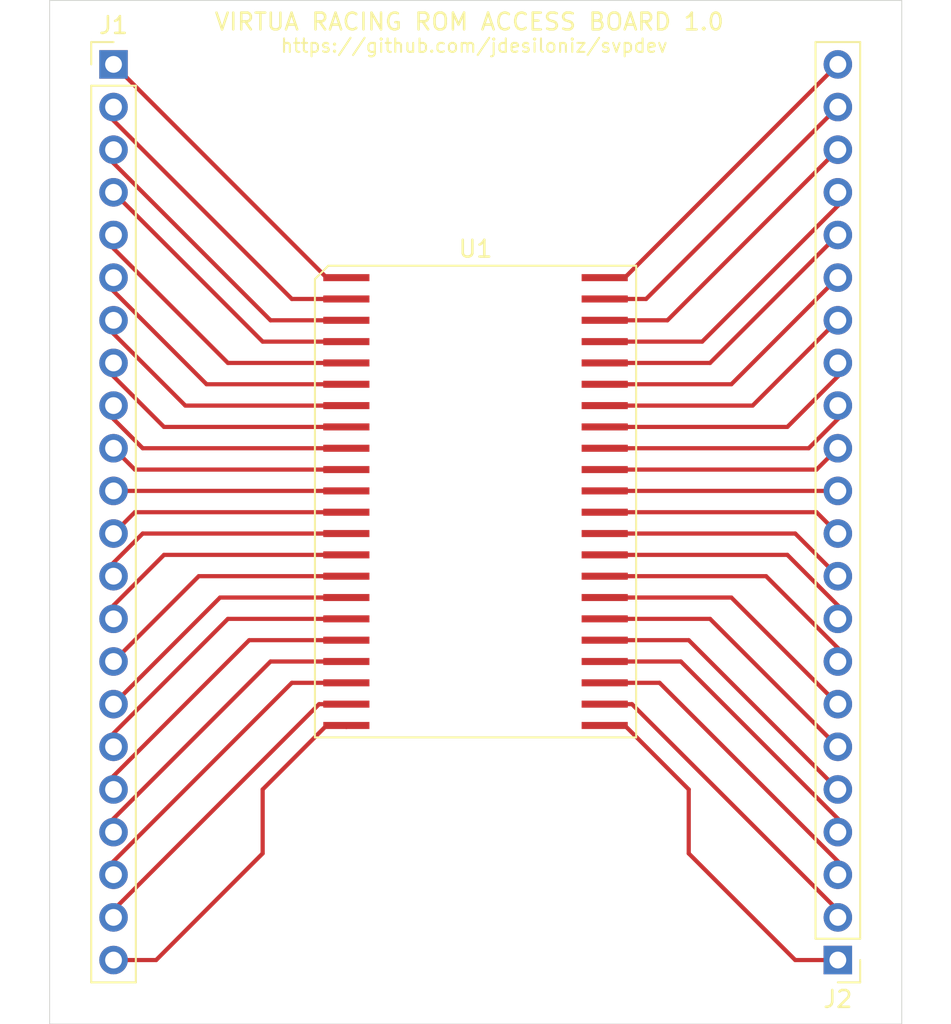
<source format=kicad_pcb>
(kicad_pcb (version 20171130) (host pcbnew "(5.1.8-0-10_14)")

  (general
    (thickness 1.6)
    (drawings 6)
    (tracks 115)
    (zones 0)
    (modules 3)
    (nets 45)
  )

  (page A4)
  (layers
    (0 F.Cu signal)
    (31 B.Cu signal)
    (32 B.Adhes user)
    (33 F.Adhes user)
    (34 B.Paste user)
    (35 F.Paste user)
    (36 B.SilkS user)
    (37 F.SilkS user)
    (38 B.Mask user)
    (39 F.Mask user)
    (40 Dwgs.User user)
    (41 Cmts.User user)
    (42 Eco1.User user)
    (43 Eco2.User user)
    (44 Edge.Cuts user)
    (45 Margin user)
    (46 B.CrtYd user)
    (47 F.CrtYd user)
    (48 B.Fab user)
    (49 F.Fab user)
  )

  (setup
    (last_trace_width 0.25)
    (trace_clearance 0.2)
    (zone_clearance 0.508)
    (zone_45_only no)
    (trace_min 0.2)
    (via_size 0.8)
    (via_drill 0.4)
    (via_min_size 0.4)
    (via_min_drill 0.3)
    (uvia_size 0.3)
    (uvia_drill 0.1)
    (uvias_allowed no)
    (uvia_min_size 0.2)
    (uvia_min_drill 0.1)
    (edge_width 0.05)
    (segment_width 0.2)
    (pcb_text_width 0.3)
    (pcb_text_size 1.5 1.5)
    (mod_edge_width 0.12)
    (mod_text_size 1 1)
    (mod_text_width 0.15)
    (pad_size 1.524 1.524)
    (pad_drill 0.762)
    (pad_to_mask_clearance 0)
    (aux_axis_origin 0 0)
    (visible_elements FFFFFF7F)
    (pcbplotparams
      (layerselection 0x010fc_ffffffff)
      (usegerberextensions false)
      (usegerberattributes true)
      (usegerberadvancedattributes true)
      (creategerberjobfile true)
      (excludeedgelayer true)
      (linewidth 0.100000)
      (plotframeref false)
      (viasonmask false)
      (mode 1)
      (useauxorigin false)
      (hpglpennumber 1)
      (hpglpenspeed 20)
      (hpglpendiameter 15.000000)
      (psnegative false)
      (psa4output false)
      (plotreference true)
      (plotvalue true)
      (plotinvisibletext false)
      (padsonsilk false)
      (subtractmaskfromsilk false)
      (outputformat 1)
      (mirror false)
      (drillshape 0)
      (scaleselection 1)
      (outputdirectory "gerber/"))
  )

  (net 0 "")
  (net 1 "Net-(J1-Pad22)")
  (net 2 "Net-(J1-Pad21)")
  (net 3 "Net-(J1-Pad20)")
  (net 4 "Net-(J1-Pad19)")
  (net 5 "Net-(J1-Pad18)")
  (net 6 "Net-(J1-Pad17)")
  (net 7 "Net-(J1-Pad16)")
  (net 8 "Net-(J1-Pad15)")
  (net 9 "Net-(J1-Pad14)")
  (net 10 "Net-(J1-Pad13)")
  (net 11 "Net-(J1-Pad12)")
  (net 12 "Net-(J1-Pad11)")
  (net 13 "Net-(J1-Pad10)")
  (net 14 "Net-(J1-Pad9)")
  (net 15 "Net-(J1-Pad8)")
  (net 16 "Net-(J1-Pad7)")
  (net 17 "Net-(J1-Pad6)")
  (net 18 "Net-(J1-Pad5)")
  (net 19 "Net-(J1-Pad4)")
  (net 20 "Net-(J1-Pad3)")
  (net 21 "Net-(J1-Pad2)")
  (net 22 "Net-(J1-Pad1)")
  (net 23 "Net-(J2-Pad22)")
  (net 24 "Net-(J2-Pad21)")
  (net 25 "Net-(J2-Pad20)")
  (net 26 "Net-(J2-Pad19)")
  (net 27 "Net-(J2-Pad18)")
  (net 28 "Net-(J2-Pad17)")
  (net 29 "Net-(J2-Pad16)")
  (net 30 "Net-(J2-Pad15)")
  (net 31 "Net-(J2-Pad14)")
  (net 32 "Net-(J2-Pad13)")
  (net 33 "Net-(J2-Pad12)")
  (net 34 "Net-(J2-Pad11)")
  (net 35 "Net-(J2-Pad10)")
  (net 36 "Net-(J2-Pad9)")
  (net 37 "Net-(J2-Pad8)")
  (net 38 "Net-(J2-Pad7)")
  (net 39 "Net-(J2-Pad6)")
  (net 40 "Net-(J2-Pad5)")
  (net 41 "Net-(J2-Pad4)")
  (net 42 "Net-(J2-Pad3)")
  (net 43 "Net-(J2-Pad2)")
  (net 44 "Net-(J2-Pad1)")

  (net_class Default "This is the default net class."
    (clearance 0.2)
    (trace_width 0.25)
    (via_dia 0.8)
    (via_drill 0.4)
    (uvia_dia 0.3)
    (uvia_drill 0.1)
    (add_net "Net-(J1-Pad1)")
    (add_net "Net-(J1-Pad10)")
    (add_net "Net-(J1-Pad11)")
    (add_net "Net-(J1-Pad12)")
    (add_net "Net-(J1-Pad13)")
    (add_net "Net-(J1-Pad14)")
    (add_net "Net-(J1-Pad15)")
    (add_net "Net-(J1-Pad16)")
    (add_net "Net-(J1-Pad17)")
    (add_net "Net-(J1-Pad18)")
    (add_net "Net-(J1-Pad19)")
    (add_net "Net-(J1-Pad2)")
    (add_net "Net-(J1-Pad20)")
    (add_net "Net-(J1-Pad21)")
    (add_net "Net-(J1-Pad22)")
    (add_net "Net-(J1-Pad3)")
    (add_net "Net-(J1-Pad4)")
    (add_net "Net-(J1-Pad5)")
    (add_net "Net-(J1-Pad6)")
    (add_net "Net-(J1-Pad7)")
    (add_net "Net-(J1-Pad8)")
    (add_net "Net-(J1-Pad9)")
    (add_net "Net-(J2-Pad1)")
    (add_net "Net-(J2-Pad10)")
    (add_net "Net-(J2-Pad11)")
    (add_net "Net-(J2-Pad12)")
    (add_net "Net-(J2-Pad13)")
    (add_net "Net-(J2-Pad14)")
    (add_net "Net-(J2-Pad15)")
    (add_net "Net-(J2-Pad16)")
    (add_net "Net-(J2-Pad17)")
    (add_net "Net-(J2-Pad18)")
    (add_net "Net-(J2-Pad19)")
    (add_net "Net-(J2-Pad2)")
    (add_net "Net-(J2-Pad20)")
    (add_net "Net-(J2-Pad21)")
    (add_net "Net-(J2-Pad22)")
    (add_net "Net-(J2-Pad3)")
    (add_net "Net-(J2-Pad4)")
    (add_net "Net-(J2-Pad5)")
    (add_net "Net-(J2-Pad6)")
    (add_net "Net-(J2-Pad7)")
    (add_net "Net-(J2-Pad8)")
    (add_net "Net-(J2-Pad9)")
  )

  (module vr_rom_footprint:VR_ROM_EU_44pin (layer F.Cu) (tedit 0) (tstamp 5FFCCB97)
    (at 148.58 67.945 270)
    (path /5FF46134)
    (attr smd)
    (fp_text reference U1 (at -15.045 0) (layer F.SilkS)
      (effects (font (size 1 1) (thickness 0.15)))
    )
    (fp_text value MR-16420-T-RevIng (at 0 0 90) (layer F.Fab)
      (effects (font (size 1 1) (thickness 0.15)))
    )
    (fp_line (start -13.8 9.33) (end -13.8 -9.33) (layer F.CrtYd) (width 0.05))
    (fp_line (start 13.8 9.33) (end -13.8 9.33) (layer F.CrtYd) (width 0.05))
    (fp_line (start 13.8 -9.33) (end 13.8 9.33) (layer F.CrtYd) (width 0.05))
    (fp_line (start -13.8 -9.33) (end 13.8 -9.33) (layer F.CrtYd) (width 0.05))
    (fp_line (start 14.045 9.575) (end -13.245 9.575) (layer F.SilkS) (width 0.12))
    (fp_line (start 14.045 -9.575) (end 14.045 9.575) (layer F.SilkS) (width 0.12))
    (fp_line (start -14.045 -9.575) (end 14.045 -9.575) (layer F.SilkS) (width 0.12))
    (fp_line (start -14.045 8.775) (end -14.045 -9.575) (layer F.SilkS) (width 0.12))
    (fp_line (start -13.245 9.575) (end -14.045 8.775) (layer F.SilkS) (width 0.12))
    (pad 22 smd rect (at 13.335 7.7 270) (size 0.42 2.75) (layers F.Cu F.Paste F.Mask)
      (net 1 "Net-(J1-Pad22)"))
    (pad 23 smd rect (at 13.335 -7.7 270) (size 0.42 2.75) (layers F.Cu F.Paste F.Mask)
      (net 44 "Net-(J2-Pad1)"))
    (pad 21 smd rect (at 12.065 7.7 270) (size 0.42 2.75) (layers F.Cu F.Paste F.Mask)
      (net 2 "Net-(J1-Pad21)"))
    (pad 24 smd rect (at 12.065 -7.7 270) (size 0.42 2.75) (layers F.Cu F.Paste F.Mask)
      (net 43 "Net-(J2-Pad2)"))
    (pad 20 smd rect (at 10.795 7.7 270) (size 0.42 2.75) (layers F.Cu F.Paste F.Mask)
      (net 3 "Net-(J1-Pad20)"))
    (pad 25 smd rect (at 10.795 -7.7 270) (size 0.42 2.75) (layers F.Cu F.Paste F.Mask)
      (net 42 "Net-(J2-Pad3)"))
    (pad 19 smd rect (at 9.525 7.7 270) (size 0.42 2.75) (layers F.Cu F.Paste F.Mask)
      (net 4 "Net-(J1-Pad19)"))
    (pad 26 smd rect (at 9.525 -7.7 270) (size 0.42 2.75) (layers F.Cu F.Paste F.Mask)
      (net 41 "Net-(J2-Pad4)"))
    (pad 18 smd rect (at 8.255 7.7 270) (size 0.42 2.75) (layers F.Cu F.Paste F.Mask)
      (net 5 "Net-(J1-Pad18)"))
    (pad 27 smd rect (at 8.255 -7.7 270) (size 0.42 2.75) (layers F.Cu F.Paste F.Mask)
      (net 40 "Net-(J2-Pad5)"))
    (pad 17 smd rect (at 6.985 7.7 270) (size 0.42 2.75) (layers F.Cu F.Paste F.Mask)
      (net 6 "Net-(J1-Pad17)"))
    (pad 28 smd rect (at 6.985 -7.7 270) (size 0.42 2.75) (layers F.Cu F.Paste F.Mask)
      (net 39 "Net-(J2-Pad6)"))
    (pad 16 smd rect (at 5.715 7.7 270) (size 0.42 2.75) (layers F.Cu F.Paste F.Mask)
      (net 7 "Net-(J1-Pad16)"))
    (pad 29 smd rect (at 5.715 -7.7 270) (size 0.42 2.75) (layers F.Cu F.Paste F.Mask)
      (net 38 "Net-(J2-Pad7)"))
    (pad 15 smd rect (at 4.445 7.7 270) (size 0.42 2.75) (layers F.Cu F.Paste F.Mask)
      (net 8 "Net-(J1-Pad15)"))
    (pad 30 smd rect (at 4.445 -7.7 270) (size 0.42 2.75) (layers F.Cu F.Paste F.Mask)
      (net 37 "Net-(J2-Pad8)"))
    (pad 14 smd rect (at 3.175 7.7 270) (size 0.42 2.75) (layers F.Cu F.Paste F.Mask)
      (net 9 "Net-(J1-Pad14)"))
    (pad 31 smd rect (at 3.175 -7.7 270) (size 0.42 2.75) (layers F.Cu F.Paste F.Mask)
      (net 36 "Net-(J2-Pad9)"))
    (pad 13 smd rect (at 1.905 7.7 270) (size 0.42 2.75) (layers F.Cu F.Paste F.Mask)
      (net 10 "Net-(J1-Pad13)"))
    (pad 32 smd rect (at 1.905 -7.7 270) (size 0.42 2.75) (layers F.Cu F.Paste F.Mask)
      (net 35 "Net-(J2-Pad10)"))
    (pad 12 smd rect (at 0.635 7.7 270) (size 0.42 2.75) (layers F.Cu F.Paste F.Mask)
      (net 11 "Net-(J1-Pad12)"))
    (pad 33 smd rect (at 0.635 -7.7 270) (size 0.42 2.75) (layers F.Cu F.Paste F.Mask)
      (net 34 "Net-(J2-Pad11)"))
    (pad 11 smd rect (at -0.635 7.7 270) (size 0.42 2.75) (layers F.Cu F.Paste F.Mask)
      (net 12 "Net-(J1-Pad11)"))
    (pad 34 smd rect (at -0.635 -7.7 270) (size 0.42 2.75) (layers F.Cu F.Paste F.Mask)
      (net 33 "Net-(J2-Pad12)"))
    (pad 10 smd rect (at -1.905 7.7 270) (size 0.42 2.75) (layers F.Cu F.Paste F.Mask)
      (net 13 "Net-(J1-Pad10)"))
    (pad 35 smd rect (at -1.905 -7.7 270) (size 0.42 2.75) (layers F.Cu F.Paste F.Mask)
      (net 32 "Net-(J2-Pad13)"))
    (pad 9 smd rect (at -3.175 7.7 270) (size 0.42 2.75) (layers F.Cu F.Paste F.Mask)
      (net 14 "Net-(J1-Pad9)"))
    (pad 36 smd rect (at -3.175 -7.7 270) (size 0.42 2.75) (layers F.Cu F.Paste F.Mask)
      (net 31 "Net-(J2-Pad14)"))
    (pad 8 smd rect (at -4.445 7.7 270) (size 0.42 2.75) (layers F.Cu F.Paste F.Mask)
      (net 15 "Net-(J1-Pad8)"))
    (pad 37 smd rect (at -4.445 -7.7 270) (size 0.42 2.75) (layers F.Cu F.Paste F.Mask)
      (net 30 "Net-(J2-Pad15)"))
    (pad 7 smd rect (at -5.715 7.7 270) (size 0.42 2.75) (layers F.Cu F.Paste F.Mask)
      (net 16 "Net-(J1-Pad7)"))
    (pad 38 smd rect (at -5.715 -7.7 270) (size 0.42 2.75) (layers F.Cu F.Paste F.Mask)
      (net 29 "Net-(J2-Pad16)"))
    (pad 6 smd rect (at -6.985 7.7 270) (size 0.42 2.75) (layers F.Cu F.Paste F.Mask)
      (net 17 "Net-(J1-Pad6)"))
    (pad 39 smd rect (at -6.985 -7.7 270) (size 0.42 2.75) (layers F.Cu F.Paste F.Mask)
      (net 28 "Net-(J2-Pad17)"))
    (pad 5 smd rect (at -8.255 7.7 270) (size 0.42 2.75) (layers F.Cu F.Paste F.Mask)
      (net 18 "Net-(J1-Pad5)"))
    (pad 40 smd rect (at -8.255 -7.7 270) (size 0.42 2.75) (layers F.Cu F.Paste F.Mask)
      (net 27 "Net-(J2-Pad18)"))
    (pad 4 smd rect (at -9.525 7.7 270) (size 0.42 2.75) (layers F.Cu F.Paste F.Mask)
      (net 19 "Net-(J1-Pad4)"))
    (pad 41 smd rect (at -9.525 -7.7 270) (size 0.42 2.75) (layers F.Cu F.Paste F.Mask)
      (net 26 "Net-(J2-Pad19)"))
    (pad 3 smd rect (at -10.795 7.7 270) (size 0.42 2.75) (layers F.Cu F.Paste F.Mask)
      (net 20 "Net-(J1-Pad3)"))
    (pad 42 smd rect (at -10.795 -7.7 270) (size 0.42 2.75) (layers F.Cu F.Paste F.Mask)
      (net 25 "Net-(J2-Pad20)"))
    (pad 2 smd rect (at -12.065 7.7 270) (size 0.42 2.75) (layers F.Cu F.Paste F.Mask)
      (net 21 "Net-(J1-Pad2)"))
    (pad 43 smd rect (at -12.065 -7.7 270) (size 0.42 2.75) (layers F.Cu F.Paste F.Mask)
      (net 24 "Net-(J2-Pad21)"))
    (pad 1 smd rect (at -13.335 7.7 270) (size 0.42 2.75) (layers F.Cu F.Paste F.Mask)
      (net 22 "Net-(J1-Pad1)"))
    (pad 44 smd rect (at -13.335 -7.7 270) (size 0.42 2.75) (layers F.Cu F.Paste F.Mask)
      (net 23 "Net-(J2-Pad22)"))
  )

  (module Connector_PinHeader_2.54mm:PinHeader_1x22_P2.54mm_Vertical (layer F.Cu) (tedit 59FED5CC) (tstamp 5FFCCB5E)
    (at 170.18 95.25 180)
    (descr "Through hole straight pin header, 1x22, 2.54mm pitch, single row")
    (tags "Through hole pin header THT 1x22 2.54mm single row")
    (path /5FF4E3EF)
    (fp_text reference J2 (at 0 -2.33) (layer F.SilkS)
      (effects (font (size 1 1) (thickness 0.15)))
    )
    (fp_text value Conn_01x22_Male (at 0 55.67) (layer F.Fab)
      (effects (font (size 1 1) (thickness 0.15)))
    )
    (fp_line (start 1.8 -1.8) (end -1.8 -1.8) (layer F.CrtYd) (width 0.05))
    (fp_line (start 1.8 55.15) (end 1.8 -1.8) (layer F.CrtYd) (width 0.05))
    (fp_line (start -1.8 55.15) (end 1.8 55.15) (layer F.CrtYd) (width 0.05))
    (fp_line (start -1.8 -1.8) (end -1.8 55.15) (layer F.CrtYd) (width 0.05))
    (fp_line (start -1.33 -1.33) (end 0 -1.33) (layer F.SilkS) (width 0.12))
    (fp_line (start -1.33 0) (end -1.33 -1.33) (layer F.SilkS) (width 0.12))
    (fp_line (start -1.33 1.27) (end 1.33 1.27) (layer F.SilkS) (width 0.12))
    (fp_line (start 1.33 1.27) (end 1.33 54.67) (layer F.SilkS) (width 0.12))
    (fp_line (start -1.33 1.27) (end -1.33 54.67) (layer F.SilkS) (width 0.12))
    (fp_line (start -1.33 54.67) (end 1.33 54.67) (layer F.SilkS) (width 0.12))
    (fp_line (start -1.27 -0.635) (end -0.635 -1.27) (layer F.Fab) (width 0.1))
    (fp_line (start -1.27 54.61) (end -1.27 -0.635) (layer F.Fab) (width 0.1))
    (fp_line (start 1.27 54.61) (end -1.27 54.61) (layer F.Fab) (width 0.1))
    (fp_line (start 1.27 -1.27) (end 1.27 54.61) (layer F.Fab) (width 0.1))
    (fp_line (start -0.635 -1.27) (end 1.27 -1.27) (layer F.Fab) (width 0.1))
    (fp_text user %R (at 0 26.67 90) (layer F.Fab)
      (effects (font (size 1 1) (thickness 0.15)))
    )
    (pad 22 thru_hole oval (at 0 53.34 180) (size 1.7 1.7) (drill 1) (layers *.Cu *.Mask)
      (net 23 "Net-(J2-Pad22)"))
    (pad 21 thru_hole oval (at 0 50.8 180) (size 1.7 1.7) (drill 1) (layers *.Cu *.Mask)
      (net 24 "Net-(J2-Pad21)"))
    (pad 20 thru_hole oval (at 0 48.26 180) (size 1.7 1.7) (drill 1) (layers *.Cu *.Mask)
      (net 25 "Net-(J2-Pad20)"))
    (pad 19 thru_hole oval (at 0 45.72 180) (size 1.7 1.7) (drill 1) (layers *.Cu *.Mask)
      (net 26 "Net-(J2-Pad19)"))
    (pad 18 thru_hole oval (at 0 43.18 180) (size 1.7 1.7) (drill 1) (layers *.Cu *.Mask)
      (net 27 "Net-(J2-Pad18)"))
    (pad 17 thru_hole oval (at 0 40.64 180) (size 1.7 1.7) (drill 1) (layers *.Cu *.Mask)
      (net 28 "Net-(J2-Pad17)"))
    (pad 16 thru_hole oval (at 0 38.1 180) (size 1.7 1.7) (drill 1) (layers *.Cu *.Mask)
      (net 29 "Net-(J2-Pad16)"))
    (pad 15 thru_hole oval (at 0 35.56 180) (size 1.7 1.7) (drill 1) (layers *.Cu *.Mask)
      (net 30 "Net-(J2-Pad15)"))
    (pad 14 thru_hole oval (at 0 33.02 180) (size 1.7 1.7) (drill 1) (layers *.Cu *.Mask)
      (net 31 "Net-(J2-Pad14)"))
    (pad 13 thru_hole oval (at 0 30.48 180) (size 1.7 1.7) (drill 1) (layers *.Cu *.Mask)
      (net 32 "Net-(J2-Pad13)"))
    (pad 12 thru_hole oval (at 0 27.94 180) (size 1.7 1.7) (drill 1) (layers *.Cu *.Mask)
      (net 33 "Net-(J2-Pad12)"))
    (pad 11 thru_hole oval (at 0 25.4 180) (size 1.7 1.7) (drill 1) (layers *.Cu *.Mask)
      (net 34 "Net-(J2-Pad11)"))
    (pad 10 thru_hole oval (at 0 22.86 180) (size 1.7 1.7) (drill 1) (layers *.Cu *.Mask)
      (net 35 "Net-(J2-Pad10)"))
    (pad 9 thru_hole oval (at 0 20.32 180) (size 1.7 1.7) (drill 1) (layers *.Cu *.Mask)
      (net 36 "Net-(J2-Pad9)"))
    (pad 8 thru_hole oval (at 0 17.78 180) (size 1.7 1.7) (drill 1) (layers *.Cu *.Mask)
      (net 37 "Net-(J2-Pad8)"))
    (pad 7 thru_hole oval (at 0 15.24 180) (size 1.7 1.7) (drill 1) (layers *.Cu *.Mask)
      (net 38 "Net-(J2-Pad7)"))
    (pad 6 thru_hole oval (at 0 12.7 180) (size 1.7 1.7) (drill 1) (layers *.Cu *.Mask)
      (net 39 "Net-(J2-Pad6)"))
    (pad 5 thru_hole oval (at 0 10.16 180) (size 1.7 1.7) (drill 1) (layers *.Cu *.Mask)
      (net 40 "Net-(J2-Pad5)"))
    (pad 4 thru_hole oval (at 0 7.62 180) (size 1.7 1.7) (drill 1) (layers *.Cu *.Mask)
      (net 41 "Net-(J2-Pad4)"))
    (pad 3 thru_hole oval (at 0 5.08 180) (size 1.7 1.7) (drill 1) (layers *.Cu *.Mask)
      (net 42 "Net-(J2-Pad3)"))
    (pad 2 thru_hole oval (at 0 2.54 180) (size 1.7 1.7) (drill 1) (layers *.Cu *.Mask)
      (net 43 "Net-(J2-Pad2)"))
    (pad 1 thru_hole rect (at 0 0 180) (size 1.7 1.7) (drill 1) (layers *.Cu *.Mask)
      (net 44 "Net-(J2-Pad1)"))
    (model ${KISYS3DMOD}/Connector_PinHeader_2.54mm.3dshapes/PinHeader_1x22_P2.54mm_Vertical.wrl
      (at (xyz 0 0 0))
      (scale (xyz 1 1 1))
      (rotate (xyz 0 0 0))
    )
  )

  (module Connector_PinHeader_2.54mm:PinHeader_1x22_P2.54mm_Vertical (layer F.Cu) (tedit 59FED5CC) (tstamp 5FFCCB34)
    (at 127 41.91)
    (descr "Through hole straight pin header, 1x22, 2.54mm pitch, single row")
    (tags "Through hole pin header THT 1x22 2.54mm single row")
    (path /5FF4AB23)
    (fp_text reference J1 (at 0 -2.33) (layer F.SilkS)
      (effects (font (size 1 1) (thickness 0.15)))
    )
    (fp_text value Conn_01x22_Male (at 0 55.67) (layer F.Fab)
      (effects (font (size 1 1) (thickness 0.15)))
    )
    (fp_line (start 1.8 -1.8) (end -1.8 -1.8) (layer F.CrtYd) (width 0.05))
    (fp_line (start 1.8 55.15) (end 1.8 -1.8) (layer F.CrtYd) (width 0.05))
    (fp_line (start -1.8 55.15) (end 1.8 55.15) (layer F.CrtYd) (width 0.05))
    (fp_line (start -1.8 -1.8) (end -1.8 55.15) (layer F.CrtYd) (width 0.05))
    (fp_line (start -1.33 -1.33) (end 0 -1.33) (layer F.SilkS) (width 0.12))
    (fp_line (start -1.33 0) (end -1.33 -1.33) (layer F.SilkS) (width 0.12))
    (fp_line (start -1.33 1.27) (end 1.33 1.27) (layer F.SilkS) (width 0.12))
    (fp_line (start 1.33 1.27) (end 1.33 54.67) (layer F.SilkS) (width 0.12))
    (fp_line (start -1.33 1.27) (end -1.33 54.67) (layer F.SilkS) (width 0.12))
    (fp_line (start -1.33 54.67) (end 1.33 54.67) (layer F.SilkS) (width 0.12))
    (fp_line (start -1.27 -0.635) (end -0.635 -1.27) (layer F.Fab) (width 0.1))
    (fp_line (start -1.27 54.61) (end -1.27 -0.635) (layer F.Fab) (width 0.1))
    (fp_line (start 1.27 54.61) (end -1.27 54.61) (layer F.Fab) (width 0.1))
    (fp_line (start 1.27 -1.27) (end 1.27 54.61) (layer F.Fab) (width 0.1))
    (fp_line (start -0.635 -1.27) (end 1.27 -1.27) (layer F.Fab) (width 0.1))
    (fp_text user %R (at 0 26.67 90) (layer F.Fab)
      (effects (font (size 1 1) (thickness 0.15)))
    )
    (pad 22 thru_hole oval (at 0 53.34) (size 1.7 1.7) (drill 1) (layers *.Cu *.Mask)
      (net 1 "Net-(J1-Pad22)"))
    (pad 21 thru_hole oval (at 0 50.8) (size 1.7 1.7) (drill 1) (layers *.Cu *.Mask)
      (net 2 "Net-(J1-Pad21)"))
    (pad 20 thru_hole oval (at 0 48.26) (size 1.7 1.7) (drill 1) (layers *.Cu *.Mask)
      (net 3 "Net-(J1-Pad20)"))
    (pad 19 thru_hole oval (at 0 45.72) (size 1.7 1.7) (drill 1) (layers *.Cu *.Mask)
      (net 4 "Net-(J1-Pad19)"))
    (pad 18 thru_hole oval (at 0 43.18) (size 1.7 1.7) (drill 1) (layers *.Cu *.Mask)
      (net 5 "Net-(J1-Pad18)"))
    (pad 17 thru_hole oval (at 0 40.64) (size 1.7 1.7) (drill 1) (layers *.Cu *.Mask)
      (net 6 "Net-(J1-Pad17)"))
    (pad 16 thru_hole oval (at 0 38.1) (size 1.7 1.7) (drill 1) (layers *.Cu *.Mask)
      (net 7 "Net-(J1-Pad16)"))
    (pad 15 thru_hole oval (at 0 35.56) (size 1.7 1.7) (drill 1) (layers *.Cu *.Mask)
      (net 8 "Net-(J1-Pad15)"))
    (pad 14 thru_hole oval (at 0 33.02) (size 1.7 1.7) (drill 1) (layers *.Cu *.Mask)
      (net 9 "Net-(J1-Pad14)"))
    (pad 13 thru_hole oval (at 0 30.48) (size 1.7 1.7) (drill 1) (layers *.Cu *.Mask)
      (net 10 "Net-(J1-Pad13)"))
    (pad 12 thru_hole oval (at 0 27.94) (size 1.7 1.7) (drill 1) (layers *.Cu *.Mask)
      (net 11 "Net-(J1-Pad12)"))
    (pad 11 thru_hole oval (at 0 25.4) (size 1.7 1.7) (drill 1) (layers *.Cu *.Mask)
      (net 12 "Net-(J1-Pad11)"))
    (pad 10 thru_hole oval (at 0 22.86) (size 1.7 1.7) (drill 1) (layers *.Cu *.Mask)
      (net 13 "Net-(J1-Pad10)"))
    (pad 9 thru_hole oval (at 0 20.32) (size 1.7 1.7) (drill 1) (layers *.Cu *.Mask)
      (net 14 "Net-(J1-Pad9)"))
    (pad 8 thru_hole oval (at 0 17.78) (size 1.7 1.7) (drill 1) (layers *.Cu *.Mask)
      (net 15 "Net-(J1-Pad8)"))
    (pad 7 thru_hole oval (at 0 15.24) (size 1.7 1.7) (drill 1) (layers *.Cu *.Mask)
      (net 16 "Net-(J1-Pad7)"))
    (pad 6 thru_hole oval (at 0 12.7) (size 1.7 1.7) (drill 1) (layers *.Cu *.Mask)
      (net 17 "Net-(J1-Pad6)"))
    (pad 5 thru_hole oval (at 0 10.16) (size 1.7 1.7) (drill 1) (layers *.Cu *.Mask)
      (net 18 "Net-(J1-Pad5)"))
    (pad 4 thru_hole oval (at 0 7.62) (size 1.7 1.7) (drill 1) (layers *.Cu *.Mask)
      (net 19 "Net-(J1-Pad4)"))
    (pad 3 thru_hole oval (at 0 5.08) (size 1.7 1.7) (drill 1) (layers *.Cu *.Mask)
      (net 20 "Net-(J1-Pad3)"))
    (pad 2 thru_hole oval (at 0 2.54) (size 1.7 1.7) (drill 1) (layers *.Cu *.Mask)
      (net 21 "Net-(J1-Pad2)"))
    (pad 1 thru_hole rect (at 0 0) (size 1.7 1.7) (drill 1) (layers *.Cu *.Mask)
      (net 22 "Net-(J1-Pad1)"))
    (model ${KISYS3DMOD}/Connector_PinHeader_2.54mm.3dshapes/PinHeader_1x22_P2.54mm_Vertical.wrl
      (at (xyz 0 0 0))
      (scale (xyz 1 1 1))
      (rotate (xyz 0 0 0))
    )
  )

  (gr_text https://github.com/jdesiloniz/svpdev (at 148.5 40.8) (layer F.SilkS)
    (effects (font (size 0.8 0.8) (thickness 0.12)))
  )
  (gr_text "VIRTUA RACING ROM ACCESS BOARD 1.0" (at 148.209 39.37) (layer F.SilkS)
    (effects (font (size 1 1) (thickness 0.15)))
  )
  (gr_line (start 173.99 38.1) (end 123.19 38.1) (layer Edge.Cuts) (width 0.05) (tstamp 5FFCD16E))
  (gr_line (start 173.99 99.06) (end 173.99 38.1) (layer Edge.Cuts) (width 0.05))
  (gr_line (start 123.19 99.06) (end 173.99 99.06) (layer Edge.Cuts) (width 0.05))
  (gr_line (start 123.19 38.1) (end 123.19 99.06) (layer Edge.Cuts) (width 0.05))

  (segment (start 140.88 81.28) (end 140.88 81.37) (width 0.25) (layer F.Cu) (net 1))
  (segment (start 140.88 81.28) (end 139.7 81.28) (width 0.25) (layer F.Cu) (net 1))
  (segment (start 139.7 81.28) (end 135.89 85.09) (width 0.25) (layer F.Cu) (net 1))
  (segment (start 135.89 85.09) (end 135.89 88.9) (width 0.25) (layer F.Cu) (net 1))
  (segment (start 129.54 95.25) (end 127 95.25) (width 0.25) (layer F.Cu) (net 1))
  (segment (start 135.89 88.9) (end 129.54 95.25) (width 0.25) (layer F.Cu) (net 1))
  (segment (start 139.255 80.01) (end 127 92.265) (width 0.25) (layer F.Cu) (net 2))
  (segment (start 127 92.265) (end 127 92.71) (width 0.25) (layer F.Cu) (net 2))
  (segment (start 140.88 80.01) (end 139.255 80.01) (width 0.25) (layer F.Cu) (net 2))
  (segment (start 127 89.369002) (end 127 90.17) (width 0.25) (layer F.Cu) (net 3))
  (segment (start 137.629002 78.74) (end 127 89.369002) (width 0.25) (layer F.Cu) (net 3))
  (segment (start 140.88 78.74) (end 137.629002 78.74) (width 0.25) (layer F.Cu) (net 3))
  (segment (start 127 86.829002) (end 127 87.63) (width 0.25) (layer F.Cu) (net 4))
  (segment (start 136.359002 77.47) (end 127 86.829002) (width 0.25) (layer F.Cu) (net 4))
  (segment (start 140.88 77.47) (end 136.359002 77.47) (width 0.25) (layer F.Cu) (net 4))
  (segment (start 127 84.289002) (end 127 85.09) (width 0.25) (layer F.Cu) (net 5))
  (segment (start 135.089002 76.2) (end 127 84.289002) (width 0.25) (layer F.Cu) (net 5))
  (segment (start 140.88 76.2) (end 135.089002 76.2) (width 0.25) (layer F.Cu) (net 5))
  (segment (start 133.819002 74.93) (end 127 81.749002) (width 0.25) (layer F.Cu) (net 6))
  (segment (start 127 81.749002) (end 127 82.55) (width 0.25) (layer F.Cu) (net 6))
  (segment (start 140.88 74.93) (end 133.819002 74.93) (width 0.25) (layer F.Cu) (net 6))
  (segment (start 133.35 73.66) (end 127 80.01) (width 0.25) (layer F.Cu) (net 7))
  (segment (start 140.88 73.66) (end 133.35 73.66) (width 0.25) (layer F.Cu) (net 7))
  (segment (start 132.08 72.39) (end 127 77.47) (width 0.25) (layer F.Cu) (net 8))
  (segment (start 140.88 72.39) (end 132.08 72.39) (width 0.25) (layer F.Cu) (net 8))
  (segment (start 127 74.129002) (end 127 74.93) (width 0.25) (layer F.Cu) (net 9))
  (segment (start 130.009002 71.12) (end 127 74.129002) (width 0.25) (layer F.Cu) (net 9))
  (segment (start 140.88 71.12) (end 130.009002 71.12) (width 0.25) (layer F.Cu) (net 9))
  (segment (start 127 71.589002) (end 127 72.39) (width 0.25) (layer F.Cu) (net 10))
  (segment (start 128.739002 69.85) (end 127 71.589002) (width 0.25) (layer F.Cu) (net 10))
  (segment (start 140.88 69.85) (end 128.739002 69.85) (width 0.25) (layer F.Cu) (net 10))
  (segment (start 128.27 68.58) (end 127 69.85) (width 0.25) (layer F.Cu) (net 11))
  (segment (start 140.88 68.58) (end 128.27 68.58) (width 0.25) (layer F.Cu) (net 11))
  (segment (start 140.88 67.31) (end 127 67.31) (width 0.25) (layer F.Cu) (net 12))
  (segment (start 128.27 66.04) (end 127 64.77) (width 0.25) (layer F.Cu) (net 13))
  (segment (start 140.88 66.04) (end 128.27 66.04) (width 0.25) (layer F.Cu) (net 13))
  (segment (start 127 63.030998) (end 127 62.23) (width 0.25) (layer F.Cu) (net 14))
  (segment (start 128.739002 64.77) (end 127 63.030998) (width 0.25) (layer F.Cu) (net 14))
  (segment (start 140.88 64.77) (end 128.739002 64.77) (width 0.25) (layer F.Cu) (net 14))
  (segment (start 127 60.490998) (end 127 59.69) (width 0.25) (layer F.Cu) (net 15))
  (segment (start 130.009002 63.5) (end 127 60.490998) (width 0.25) (layer F.Cu) (net 15))
  (segment (start 140.88 63.5) (end 130.009002 63.5) (width 0.25) (layer F.Cu) (net 15))
  (segment (start 127 57.950998) (end 127 57.15) (width 0.25) (layer F.Cu) (net 16))
  (segment (start 131.279002 62.23) (end 127 57.950998) (width 0.25) (layer F.Cu) (net 16))
  (segment (start 140.88 62.23) (end 131.279002 62.23) (width 0.25) (layer F.Cu) (net 16))
  (segment (start 127 55.410998) (end 127 54.61) (width 0.25) (layer F.Cu) (net 17))
  (segment (start 132.549002 60.96) (end 127 55.410998) (width 0.25) (layer F.Cu) (net 17))
  (segment (start 140.88 60.96) (end 132.549002 60.96) (width 0.25) (layer F.Cu) (net 17))
  (segment (start 133.819002 59.69) (end 127 52.870998) (width 0.25) (layer F.Cu) (net 18))
  (segment (start 127 52.870998) (end 127 52.07) (width 0.25) (layer F.Cu) (net 18))
  (segment (start 140.88 59.69) (end 133.819002 59.69) (width 0.25) (layer F.Cu) (net 18))
  (segment (start 135.89 58.42) (end 127 49.53) (width 0.25) (layer F.Cu) (net 19))
  (segment (start 140.88 58.42) (end 135.89 58.42) (width 0.25) (layer F.Cu) (net 19))
  (segment (start 127 47.790998) (end 127 46.99) (width 0.25) (layer F.Cu) (net 20))
  (segment (start 136.359002 57.15) (end 127 47.790998) (width 0.25) (layer F.Cu) (net 20))
  (segment (start 140.88 57.15) (end 136.359002 57.15) (width 0.25) (layer F.Cu) (net 20))
  (segment (start 127 45.250998) (end 127 44.45) (width 0.25) (layer F.Cu) (net 21))
  (segment (start 137.629002 55.88) (end 127 45.250998) (width 0.25) (layer F.Cu) (net 21))
  (segment (start 140.88 55.88) (end 137.629002 55.88) (width 0.25) (layer F.Cu) (net 21))
  (segment (start 139.7 54.61) (end 127 41.91) (width 0.25) (layer F.Cu) (net 22))
  (segment (start 140.88 54.61) (end 139.7 54.61) (width 0.25) (layer F.Cu) (net 22))
  (segment (start 157.48 54.61) (end 170.18 41.91) (width 0.25) (layer F.Cu) (net 23))
  (segment (start 156.28 54.61) (end 157.48 54.61) (width 0.25) (layer F.Cu) (net 23))
  (segment (start 158.75 55.88) (end 170.18 44.45) (width 0.25) (layer F.Cu) (net 24))
  (segment (start 156.28 55.88) (end 158.75 55.88) (width 0.25) (layer F.Cu) (net 24))
  (segment (start 160.02 57.15) (end 170.18 46.99) (width 0.25) (layer F.Cu) (net 25))
  (segment (start 156.28 57.15) (end 160.02 57.15) (width 0.25) (layer F.Cu) (net 25))
  (segment (start 170.18 50.330998) (end 170.18 49.53) (width 0.25) (layer F.Cu) (net 26))
  (segment (start 162.090998 58.42) (end 170.18 50.330998) (width 0.25) (layer F.Cu) (net 26))
  (segment (start 156.28 58.42) (end 162.090998 58.42) (width 0.25) (layer F.Cu) (net 26))
  (segment (start 162.56 59.69) (end 170.18 52.07) (width 0.25) (layer F.Cu) (net 27))
  (segment (start 156.28 59.69) (end 162.56 59.69) (width 0.25) (layer F.Cu) (net 27))
  (segment (start 163.83 60.96) (end 170.18 54.61) (width 0.25) (layer F.Cu) (net 28))
  (segment (start 156.28 60.96) (end 163.83 60.96) (width 0.25) (layer F.Cu) (net 28))
  (segment (start 165.1 62.23) (end 170.18 57.15) (width 0.25) (layer F.Cu) (net 29))
  (segment (start 156.28 62.23) (end 165.1 62.23) (width 0.25) (layer F.Cu) (net 29))
  (segment (start 170.18 60.490998) (end 170.18 59.69) (width 0.25) (layer F.Cu) (net 30))
  (segment (start 167.170998 63.5) (end 170.18 60.490998) (width 0.25) (layer F.Cu) (net 30))
  (segment (start 156.28 63.5) (end 167.170998 63.5) (width 0.25) (layer F.Cu) (net 30))
  (segment (start 170.18 63.030998) (end 170.18 62.23) (width 0.25) (layer F.Cu) (net 31))
  (segment (start 168.440998 64.77) (end 170.18 63.030998) (width 0.25) (layer F.Cu) (net 31))
  (segment (start 156.28 64.77) (end 168.440998 64.77) (width 0.25) (layer F.Cu) (net 31))
  (segment (start 168.91 66.04) (end 170.18 64.77) (width 0.25) (layer F.Cu) (net 32))
  (segment (start 156.28 66.04) (end 168.91 66.04) (width 0.25) (layer F.Cu) (net 32))
  (segment (start 156.28 67.31) (end 170.18 67.31) (width 0.25) (layer F.Cu) (net 33))
  (segment (start 168.91 68.58) (end 170.18 69.85) (width 0.25) (layer F.Cu) (net 34))
  (segment (start 156.28 68.58) (end 168.91 68.58) (width 0.25) (layer F.Cu) (net 34))
  (segment (start 167.64 69.85) (end 170.18 72.39) (width 0.25) (layer F.Cu) (net 35))
  (segment (start 156.28 69.85) (end 167.64 69.85) (width 0.25) (layer F.Cu) (net 35))
  (segment (start 170.18 74.129002) (end 170.18 74.93) (width 0.25) (layer F.Cu) (net 36))
  (segment (start 167.170998 71.12) (end 170.18 74.129002) (width 0.25) (layer F.Cu) (net 36))
  (segment (start 156.28 71.12) (end 167.170998 71.12) (width 0.25) (layer F.Cu) (net 36))
  (segment (start 170.18 76.669002) (end 170.18 77.47) (width 0.25) (layer F.Cu) (net 37))
  (segment (start 165.900998 72.39) (end 170.18 76.669002) (width 0.25) (layer F.Cu) (net 37))
  (segment (start 156.28 72.39) (end 165.900998 72.39) (width 0.25) (layer F.Cu) (net 37))
  (segment (start 163.83 73.66) (end 170.18 80.01) (width 0.25) (layer F.Cu) (net 38))
  (segment (start 156.28 73.66) (end 163.83 73.66) (width 0.25) (layer F.Cu) (net 38))
  (segment (start 162.56 74.93) (end 170.18 82.55) (width 0.25) (layer F.Cu) (net 39))
  (segment (start 156.28 74.93) (end 162.56 74.93) (width 0.25) (layer F.Cu) (net 39))
  (segment (start 161.29 76.2) (end 170.18 85.09) (width 0.25) (layer F.Cu) (net 40))
  (segment (start 156.28 76.2) (end 161.29 76.2) (width 0.25) (layer F.Cu) (net 40))
  (segment (start 170.18 86.829002) (end 170.18 87.63) (width 0.25) (layer F.Cu) (net 41))
  (segment (start 160.820998 77.47) (end 170.18 86.829002) (width 0.25) (layer F.Cu) (net 41))
  (segment (start 156.28 77.47) (end 160.820998 77.47) (width 0.25) (layer F.Cu) (net 41))
  (segment (start 159.550998 78.74) (end 170.18 89.369002) (width 0.25) (layer F.Cu) (net 42))
  (segment (start 170.18 89.369002) (end 170.18 90.17) (width 0.25) (layer F.Cu) (net 42))
  (segment (start 156.28 78.74) (end 159.550998 78.74) (width 0.25) (layer F.Cu) (net 42))
  (segment (start 157.905 80.01) (end 170.18 92.285) (width 0.25) (layer F.Cu) (net 43))
  (segment (start 170.18 92.285) (end 170.18 92.71) (width 0.25) (layer F.Cu) (net 43))
  (segment (start 156.28 80.01) (end 157.905 80.01) (width 0.25) (layer F.Cu) (net 43))
  (segment (start 156.28 81.28) (end 157.48 81.28) (width 0.25) (layer F.Cu) (net 44))
  (segment (start 161.29 85.09) (end 161.29 88.9) (width 0.25) (layer F.Cu) (net 44))
  (segment (start 157.48 81.28) (end 161.29 85.09) (width 0.25) (layer F.Cu) (net 44))
  (segment (start 167.64 95.25) (end 170.18 95.25) (width 0.25) (layer F.Cu) (net 44))
  (segment (start 161.29 88.9) (end 167.64 95.25) (width 0.25) (layer F.Cu) (net 44))

)

</source>
